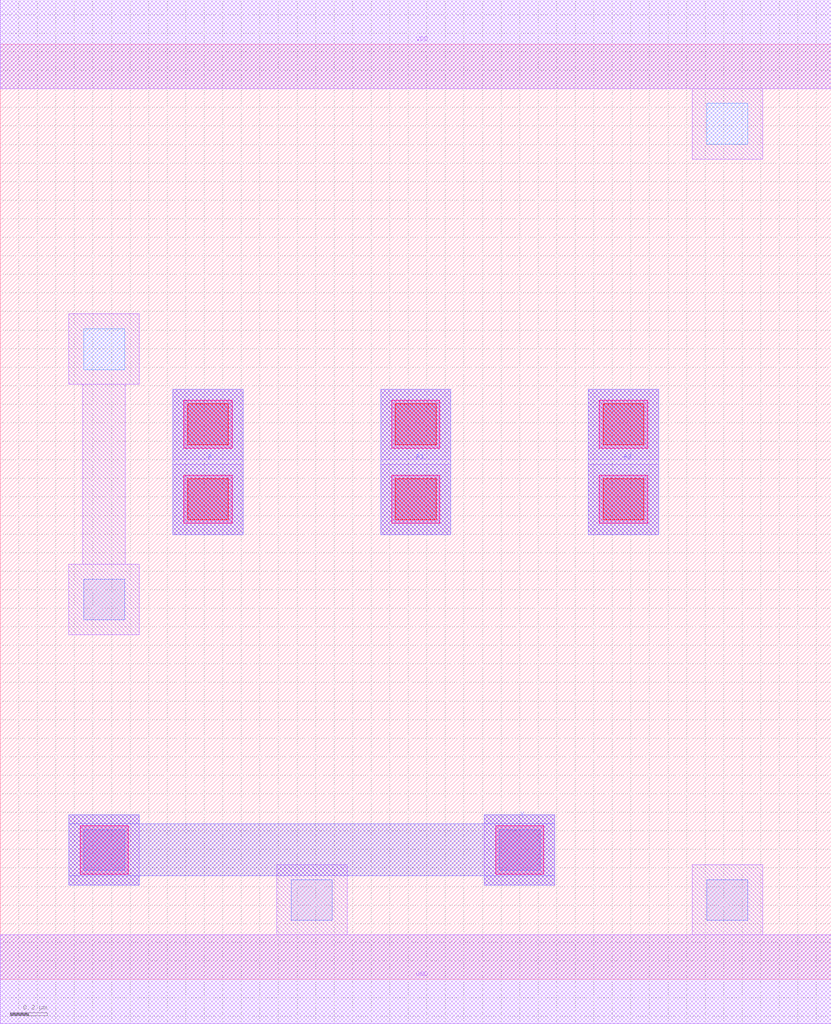
<source format=lef>
MACRO NOR3
 CLASS CORE ;
 FOREIGN NOR3 0 0 ;
 SIZE 4.48 BY 5.04 ;
 ORIGIN 0 0 ;
 SYMMETRY X Y R90 ;
 SITE unit ;
  PIN VDD
   DIRECTION INOUT ;
   USE POWER ;
   SHAPE ABUTMENT ;
    PORT
     CLASS CORE ;
       LAYER met1 ;
        RECT 0.00000000 4.80000000 4.48000000 5.28000000 ;
    END
  END VDD

  PIN GND
   DIRECTION INOUT ;
   USE POWER ;
   SHAPE ABUTMENT ;
    PORT
     CLASS CORE ;
       LAYER met1 ;
        RECT 0.00000000 -0.24000000 4.48000000 0.24000000 ;
    END
  END GND

  PIN Y
   DIRECTION INOUT ;
   USE SIGNAL ;
   SHAPE ABUTMENT ;
    PORT
     CLASS CORE ;
       LAYER met2 ;
        RECT 0.37000000 0.50700000 0.75000000 0.55700000 ;
        RECT 2.61000000 0.50700000 2.99000000 0.55700000 ;
        RECT 0.37000000 0.55700000 2.99000000 0.83700000 ;
        RECT 0.37000000 0.83700000 0.75000000 0.88700000 ;
        RECT 2.61000000 0.83700000 2.99000000 0.88700000 ;
    END
  END Y

  PIN A1
   DIRECTION INOUT ;
   USE SIGNAL ;
   SHAPE ABUTMENT ;
    PORT
     CLASS CORE ;
       LAYER met2 ;
        RECT 2.05000000 2.39700000 2.43000000 3.18200000 ;
    END
  END A1

  PIN A
   DIRECTION INOUT ;
   USE SIGNAL ;
   SHAPE ABUTMENT ;
    PORT
     CLASS CORE ;
       LAYER met2 ;
        RECT 0.93000000 2.39700000 1.31000000 3.18200000 ;
    END
  END A

  PIN A2
   DIRECTION INOUT ;
   USE SIGNAL ;
   SHAPE ABUTMENT ;
    PORT
     CLASS CORE ;
       LAYER met2 ;
        RECT 3.17000000 2.39700000 3.55000000 3.18200000 ;
    END
  END A2

 OBS
    LAYER polycont ;
     RECT 1.01000000 2.47700000 1.23000000 2.69700000 ;
     RECT 2.13000000 2.47700000 2.35000000 2.69700000 ;
     RECT 3.25000000 2.47700000 3.47000000 2.69700000 ;
     RECT 1.01000000 2.88200000 1.23000000 3.10200000 ;
     RECT 2.13000000 2.88200000 2.35000000 3.10200000 ;
     RECT 3.25000000 2.88200000 3.47000000 3.10200000 ;

    LAYER pdiffc ;
     RECT 0.45000000 3.28700000 0.67000000 3.50700000 ;
     RECT 3.81000000 4.50200000 4.03000000 4.72200000 ;

    LAYER ndiffc ;
     RECT 1.57000000 0.31700000 1.79000000 0.53700000 ;
     RECT 3.81000000 0.31700000 4.03000000 0.53700000 ;
     RECT 0.45000000 0.58700000 0.67000000 0.80700000 ;
     RECT 2.69000000 0.58700000 2.91000000 0.80700000 ;
     RECT 0.45000000 1.93700000 0.67000000 2.15700000 ;

    LAYER met1 ;
     RECT 0.00000000 -0.24000000 4.48000000 0.24000000 ;
     RECT 1.49000000 0.24000000 1.87000000 0.61700000 ;
     RECT 3.73000000 0.24000000 4.11000000 0.61700000 ;
     RECT 0.37000000 0.50700000 0.75000000 0.88700000 ;
     RECT 2.61000000 0.50700000 2.99000000 0.88700000 ;
     RECT 0.93000000 2.39700000 1.31000000 2.77700000 ;
     RECT 2.05000000 2.39700000 2.43000000 2.77700000 ;
     RECT 3.17000000 2.39700000 3.55000000 2.77700000 ;
     RECT 0.93000000 2.80200000 1.31000000 3.18200000 ;
     RECT 2.05000000 2.80200000 2.43000000 3.18200000 ;
     RECT 3.17000000 2.80200000 3.55000000 3.18200000 ;
     RECT 0.37000000 1.85700000 0.75000000 2.23700000 ;
     RECT 0.44500000 2.23700000 0.67500000 3.20700000 ;
     RECT 0.37000000 3.20700000 0.75000000 3.58700000 ;
     RECT 3.73000000 4.42200000 4.11000000 4.80000000 ;
     RECT 0.00000000 4.80000000 4.48000000 5.28000000 ;

    LAYER via1 ;
     RECT 0.43000000 0.56700000 0.69000000 0.82700000 ;
     RECT 2.67000000 0.56700000 2.93000000 0.82700000 ;
     RECT 0.99000000 2.45700000 1.25000000 2.71700000 ;
     RECT 2.11000000 2.45700000 2.37000000 2.71700000 ;
     RECT 3.23000000 2.45700000 3.49000000 2.71700000 ;
     RECT 0.99000000 2.86200000 1.25000000 3.12200000 ;
     RECT 2.11000000 2.86200000 2.37000000 3.12200000 ;
     RECT 3.23000000 2.86200000 3.49000000 3.12200000 ;

    LAYER met2 ;
     RECT 0.37000000 0.50700000 0.75000000 0.55700000 ;
     RECT 2.61000000 0.50700000 2.99000000 0.55700000 ;
     RECT 0.37000000 0.55700000 2.99000000 0.83700000 ;
     RECT 0.37000000 0.83700000 0.75000000 0.88700000 ;
     RECT 2.61000000 0.83700000 2.99000000 0.88700000 ;
     RECT 0.93000000 2.39700000 1.31000000 3.18200000 ;
     RECT 2.05000000 2.39700000 2.43000000 3.18200000 ;
     RECT 3.17000000 2.39700000 3.55000000 3.18200000 ;

 END
END NOR3

</source>
